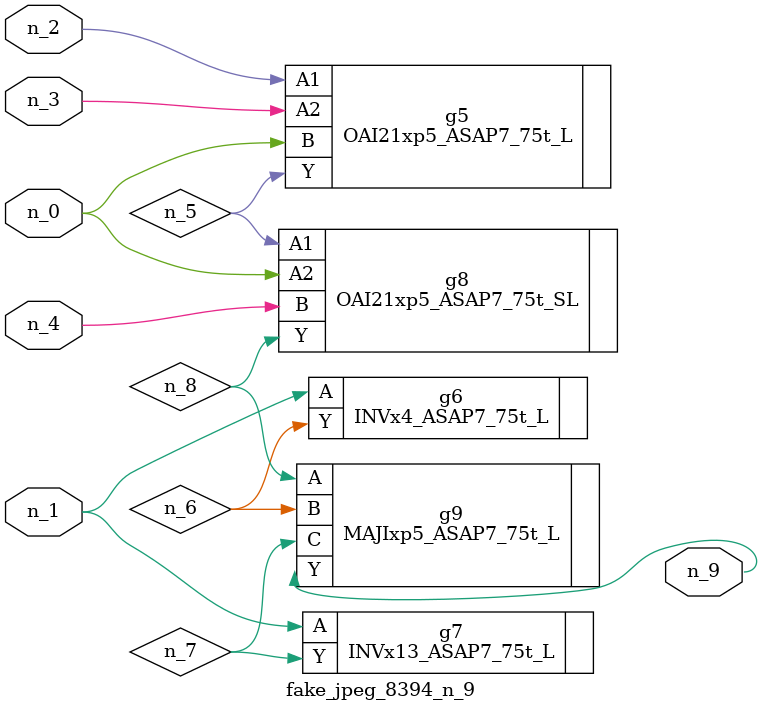
<source format=v>
module fake_jpeg_8394_n_9 (n_3, n_2, n_1, n_0, n_4, n_9);

input n_3;
input n_2;
input n_1;
input n_0;
input n_4;

output n_9;

wire n_8;
wire n_6;
wire n_5;
wire n_7;

OAI21xp5_ASAP7_75t_L g5 ( 
.A1(n_2),
.A2(n_3),
.B(n_0),
.Y(n_5)
);

INVx4_ASAP7_75t_L g6 ( 
.A(n_1),
.Y(n_6)
);

INVx13_ASAP7_75t_L g7 ( 
.A(n_1),
.Y(n_7)
);

OAI21xp5_ASAP7_75t_SL g8 ( 
.A1(n_5),
.A2(n_0),
.B(n_4),
.Y(n_8)
);

MAJIxp5_ASAP7_75t_L g9 ( 
.A(n_8),
.B(n_6),
.C(n_7),
.Y(n_9)
);


endmodule
</source>
